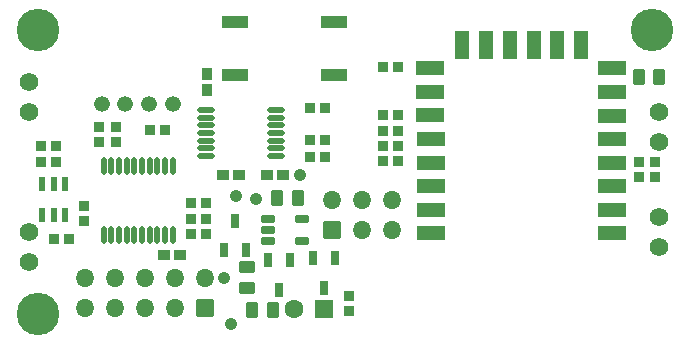
<source format=gbr>
%TF.GenerationSoftware,Altium Limited,Altium Designer,20.1.8 (145)*%
G04 Layer_Color=39423*
%FSLAX45Y45*%
%MOMM*%
%TF.SameCoordinates,4FE69ECD-ABF1-445D-A2E8-605A74DE355E*%
%TF.FilePolarity,Negative*%
%TF.FileFunction,Soldermask,Top*%
%TF.Part,Single*%
G01*
G75*
%TA.AperFunction,ViaPad*%
%ADD34C,3.60000*%
%TA.AperFunction,ComponentPad*%
%ADD40C,1.32600*%
%ADD41C,1.57600*%
G04:AMPARAMS|DCode=42|XSize=1.576mm|YSize=1.526mm|CornerRadius=0.21925mm|HoleSize=0mm|Usage=FLASHONLY|Rotation=180.000|XOffset=0mm|YOffset=0mm|HoleType=Round|Shape=RoundedRectangle|*
%AMROUNDEDRECTD42*
21,1,1.57600,1.08750,0,0,180.0*
21,1,1.13750,1.52600,0,0,180.0*
1,1,0.43850,-0.56875,0.54375*
1,1,0.43850,0.56875,0.54375*
1,1,0.43850,0.56875,-0.54375*
1,1,0.43850,-0.56875,-0.54375*
%
%ADD42ROUNDEDRECTD42*%
%ADD43O,1.57600X1.52600*%
%ADD44C,1.60000*%
G04:AMPARAMS|DCode=45|XSize=1.6mm|YSize=1.6mm|CornerRadius=0.2285mm|HoleSize=0mm|Usage=FLASHONLY|Rotation=180.000|XOffset=0mm|YOffset=0mm|HoleType=Round|Shape=RoundedRectangle|*
%AMROUNDEDRECTD45*
21,1,1.60000,1.14300,0,0,180.0*
21,1,1.14300,1.60000,0,0,180.0*
1,1,0.45700,-0.57150,0.57150*
1,1,0.45700,0.57150,0.57150*
1,1,0.45700,0.57150,-0.57150*
1,1,0.45700,-0.57150,-0.57150*
%
%ADD45ROUNDEDRECTD45*%
%TA.AperFunction,SMDPad,CuDef*%
%ADD52O,0.52600X1.47600*%
%ADD53O,1.47600X0.52600*%
G04:AMPARAMS|DCode=54|XSize=2.176mm|YSize=1.076mm|CornerRadius=0.088mm|HoleSize=0mm|Usage=FLASHONLY|Rotation=180.000|XOffset=0mm|YOffset=0mm|HoleType=Round|Shape=RoundedRectangle|*
%AMROUNDEDRECTD54*
21,1,2.17600,0.90000,0,0,180.0*
21,1,2.00000,1.07600,0,0,180.0*
1,1,0.17600,-1.00000,0.45000*
1,1,0.17600,1.00000,0.45000*
1,1,0.17600,1.00000,-0.45000*
1,1,0.17600,-1.00000,-0.45000*
%
%ADD54ROUNDEDRECTD54*%
G04:AMPARAMS|DCode=55|XSize=0.676mm|YSize=1.126mm|CornerRadius=0.068mm|HoleSize=0mm|Usage=FLASHONLY|Rotation=90.000|XOffset=0mm|YOffset=0mm|HoleType=Round|Shape=RoundedRectangle|*
%AMROUNDEDRECTD55*
21,1,0.67600,0.99000,0,0,90.0*
21,1,0.54000,1.12600,0,0,90.0*
1,1,0.13600,0.49500,0.27000*
1,1,0.13600,0.49500,-0.27000*
1,1,0.13600,-0.49500,-0.27000*
1,1,0.13600,-0.49500,0.27000*
%
%ADD55ROUNDEDRECTD55*%
G04:AMPARAMS|DCode=56|XSize=0.576mm|YSize=1.126mm|CornerRadius=0.063mm|HoleSize=0mm|Usage=FLASHONLY|Rotation=180.000|XOffset=0mm|YOffset=0mm|HoleType=Round|Shape=RoundedRectangle|*
%AMROUNDEDRECTD56*
21,1,0.57600,1.00000,0,0,180.0*
21,1,0.45000,1.12600,0,0,180.0*
1,1,0.12600,-0.22500,0.50000*
1,1,0.12600,0.22500,0.50000*
1,1,0.12600,0.22500,-0.50000*
1,1,0.12600,-0.22500,-0.50000*
%
%ADD56ROUNDEDRECTD56*%
G04:AMPARAMS|DCode=57|XSize=0.676mm|YSize=1.176mm|CornerRadius=0.068mm|HoleSize=0mm|Usage=FLASHONLY|Rotation=0.000|XOffset=0mm|YOffset=0mm|HoleType=Round|Shape=RoundedRectangle|*
%AMROUNDEDRECTD57*
21,1,0.67600,1.04000,0,0,0.0*
21,1,0.54000,1.17600,0,0,0.0*
1,1,0.13600,0.27000,-0.52000*
1,1,0.13600,-0.27000,-0.52000*
1,1,0.13600,-0.27000,0.52000*
1,1,0.13600,0.27000,0.52000*
%
%ADD57ROUNDEDRECTD57*%
G04:AMPARAMS|DCode=58|XSize=0.926mm|YSize=0.926mm|CornerRadius=0.0805mm|HoleSize=0mm|Usage=FLASHONLY|Rotation=90.000|XOffset=0mm|YOffset=0mm|HoleType=Round|Shape=RoundedRectangle|*
%AMROUNDEDRECTD58*
21,1,0.92600,0.76500,0,0,90.0*
21,1,0.76500,0.92600,0,0,90.0*
1,1,0.16100,0.38250,0.38250*
1,1,0.16100,0.38250,-0.38250*
1,1,0.16100,-0.38250,-0.38250*
1,1,0.16100,-0.38250,0.38250*
%
%ADD58ROUNDEDRECTD58*%
%TA.AperFunction,ConnectorPad*%
G04:AMPARAMS|DCode=59|XSize=1.176mm|YSize=2.376mm|CornerRadius=0.0435mm|HoleSize=0mm|Usage=FLASHONLY|Rotation=270.000|XOffset=0mm|YOffset=0mm|HoleType=Round|Shape=RoundedRectangle|*
%AMROUNDEDRECTD59*
21,1,1.17600,2.28900,0,0,270.0*
21,1,1.08900,2.37600,0,0,270.0*
1,1,0.08700,-1.14450,-0.54450*
1,1,0.08700,-1.14450,0.54450*
1,1,0.08700,1.14450,0.54450*
1,1,0.08700,1.14450,-0.54450*
%
%ADD59ROUNDEDRECTD59*%
G04:AMPARAMS|DCode=60|XSize=1.176mm|YSize=2.376mm|CornerRadius=0.0435mm|HoleSize=0mm|Usage=FLASHONLY|Rotation=0.000|XOffset=0mm|YOffset=0mm|HoleType=Round|Shape=RoundedRectangle|*
%AMROUNDEDRECTD60*
21,1,1.17600,2.28900,0,0,0.0*
21,1,1.08900,2.37600,0,0,0.0*
1,1,0.08700,0.54450,-1.14450*
1,1,0.08700,-0.54450,-1.14450*
1,1,0.08700,-0.54450,1.14450*
1,1,0.08700,0.54450,1.14450*
%
%ADD60ROUNDEDRECTD60*%
%TA.AperFunction,SMDPad,CuDef*%
G04:AMPARAMS|DCode=61|XSize=0.926mm|YSize=0.976mm|CornerRadius=0.0805mm|HoleSize=0mm|Usage=FLASHONLY|Rotation=270.000|XOffset=0mm|YOffset=0mm|HoleType=Round|Shape=RoundedRectangle|*
%AMROUNDEDRECTD61*
21,1,0.92600,0.81500,0,0,270.0*
21,1,0.76500,0.97600,0,0,270.0*
1,1,0.16100,-0.40750,-0.38250*
1,1,0.16100,-0.40750,0.38250*
1,1,0.16100,0.40750,0.38250*
1,1,0.16100,0.40750,-0.38250*
%
%ADD61ROUNDEDRECTD61*%
G04:AMPARAMS|DCode=62|XSize=0.926mm|YSize=0.926mm|CornerRadius=0.0805mm|HoleSize=0mm|Usage=FLASHONLY|Rotation=180.000|XOffset=0mm|YOffset=0mm|HoleType=Round|Shape=RoundedRectangle|*
%AMROUNDEDRECTD62*
21,1,0.92600,0.76500,0,0,180.0*
21,1,0.76500,0.92600,0,0,180.0*
1,1,0.16100,-0.38250,0.38250*
1,1,0.16100,0.38250,0.38250*
1,1,0.16100,0.38250,-0.38250*
1,1,0.16100,-0.38250,-0.38250*
%
%ADD62ROUNDEDRECTD62*%
G04:AMPARAMS|DCode=63|XSize=1.351mm|YSize=0.976mm|CornerRadius=0.083mm|HoleSize=0mm|Usage=FLASHONLY|Rotation=90.000|XOffset=0mm|YOffset=0mm|HoleType=Round|Shape=RoundedRectangle|*
%AMROUNDEDRECTD63*
21,1,1.35100,0.81000,0,0,90.0*
21,1,1.18500,0.97600,0,0,90.0*
1,1,0.16600,0.40500,0.59250*
1,1,0.16600,0.40500,-0.59250*
1,1,0.16600,-0.40500,-0.59250*
1,1,0.16600,-0.40500,0.59250*
%
%ADD63ROUNDEDRECTD63*%
%ADD64C,1.07600*%
G04:AMPARAMS|DCode=65|XSize=1.351mm|YSize=0.976mm|CornerRadius=0.083mm|HoleSize=0mm|Usage=FLASHONLY|Rotation=180.000|XOffset=0mm|YOffset=0mm|HoleType=Round|Shape=RoundedRectangle|*
%AMROUNDEDRECTD65*
21,1,1.35100,0.81000,0,0,180.0*
21,1,1.18500,0.97600,0,0,180.0*
1,1,0.16600,-0.59250,0.40500*
1,1,0.16600,0.59250,0.40500*
1,1,0.16600,0.59250,-0.40500*
1,1,0.16600,-0.59250,-0.40500*
%
%ADD65ROUNDEDRECTD65*%
G04:AMPARAMS|DCode=66|XSize=0.926mm|YSize=0.976mm|CornerRadius=0.0805mm|HoleSize=0mm|Usage=FLASHONLY|Rotation=0.000|XOffset=0mm|YOffset=0mm|HoleType=Round|Shape=RoundedRectangle|*
%AMROUNDEDRECTD66*
21,1,0.92600,0.81500,0,0,0.0*
21,1,0.76500,0.97600,0,0,0.0*
1,1,0.16100,0.38250,-0.40750*
1,1,0.16100,-0.38250,-0.40750*
1,1,0.16100,-0.38250,0.40750*
1,1,0.16100,0.38250,0.40750*
%
%ADD66ROUNDEDRECTD66*%
D34*
X200000Y200000D02*
D03*
Y2600000D02*
D03*
X5400000D02*
D03*
D40*
X742340Y1973580D02*
D03*
X942340D02*
D03*
X1142340D02*
D03*
X1342340D02*
D03*
D41*
X5461000Y1016000D02*
D03*
Y762000D02*
D03*
X127000Y2159000D02*
D03*
Y1905000D02*
D03*
Y635000D02*
D03*
Y889000D02*
D03*
X5461000Y1905000D02*
D03*
Y1651000D02*
D03*
D42*
X1616204Y247460D02*
D03*
X2693799Y908317D02*
D03*
D43*
X1362204Y247460D02*
D03*
X1108204D02*
D03*
X854204D02*
D03*
X600204D02*
D03*
Y501460D02*
D03*
X854204D02*
D03*
X1108204D02*
D03*
X1362204D02*
D03*
X1616204D02*
D03*
X2947799Y908318D02*
D03*
X3201799Y908317D02*
D03*
Y1162317D02*
D03*
X2947799Y1162317D02*
D03*
X2693799Y1162317D02*
D03*
D44*
X2367280Y242570D02*
D03*
D45*
X2621280D02*
D03*
D52*
X1343980Y1453300D02*
D03*
X1278980D02*
D03*
X1213980D02*
D03*
X1148980D02*
D03*
X1083980D02*
D03*
X1018980D02*
D03*
X953980D02*
D03*
X888980D02*
D03*
X823980D02*
D03*
X758980D02*
D03*
X1343980Y868300D02*
D03*
X1278980D02*
D03*
X1213980D02*
D03*
X1148980D02*
D03*
X1083980D02*
D03*
X1018980D02*
D03*
X953980D02*
D03*
X888980D02*
D03*
X823980D02*
D03*
X758980D02*
D03*
D53*
X1624400Y1924040D02*
D03*
Y1859040D02*
D03*
Y1794040D02*
D03*
Y1729040D02*
D03*
Y1664040D02*
D03*
Y1599040D02*
D03*
Y1534040D02*
D03*
X2214400Y1924040D02*
D03*
Y1859040D02*
D03*
Y1794040D02*
D03*
Y1729040D02*
D03*
Y1664040D02*
D03*
Y1599040D02*
D03*
Y1534040D02*
D03*
D54*
X1872639Y2667784D02*
D03*
X2712638D02*
D03*
X1872639Y2217784D02*
D03*
X2712638D02*
D03*
D55*
X2146080Y1004320D02*
D03*
Y909320D02*
D03*
Y814320D02*
D03*
X2436080D02*
D03*
Y1004320D02*
D03*
D56*
X239981Y1297943D02*
D03*
X334982D02*
D03*
X429981D02*
D03*
Y1032943D02*
D03*
X334982D02*
D03*
X239981D02*
D03*
D57*
X2531360Y668980D02*
D03*
X2721360D02*
D03*
X2626360Y418980D02*
D03*
X2242150Y399861D02*
D03*
X2337150Y649861D02*
D03*
X2147150D02*
D03*
X1871980Y986060D02*
D03*
X1776980Y736060D02*
D03*
X1966980D02*
D03*
D58*
X3252128Y2283707D02*
D03*
X3122128D02*
D03*
X1626060Y871220D02*
D03*
X1496060D02*
D03*
X1496060Y1003300D02*
D03*
X1626060D02*
D03*
X3124534Y1619398D02*
D03*
X3254533Y1619398D02*
D03*
Y1489557D02*
D03*
X3124534Y1489558D02*
D03*
X2631440Y1666383D02*
D03*
X2501440D02*
D03*
X2631440Y1528025D02*
D03*
X2501440D02*
D03*
X1280160Y1752600D02*
D03*
X1150160D02*
D03*
X2631440Y1943100D02*
D03*
X2501440D02*
D03*
X1496060Y1135380D02*
D03*
X1626060D02*
D03*
X3124534Y1878398D02*
D03*
X3254534D02*
D03*
Y1748558D02*
D03*
X3124534D02*
D03*
X464982Y833120D02*
D03*
X334982D02*
D03*
D59*
X5066577Y878629D02*
D03*
Y2074969D02*
D03*
X3524477Y2278169D02*
D03*
X5066577Y1076749D02*
D03*
Y1277409D02*
D03*
Y1475529D02*
D03*
Y1678729D02*
D03*
Y1876849D02*
D03*
Y2275629D02*
D03*
X3524477Y2077509D02*
D03*
Y1879389D02*
D03*
X3527017Y1678729D02*
D03*
Y1478069D02*
D03*
Y1279949D02*
D03*
Y1076749D02*
D03*
Y878629D02*
D03*
D60*
X4797177Y2473909D02*
D03*
X4599057Y2473909D02*
D03*
X4400937Y2473909D02*
D03*
X4197737D02*
D03*
X3999617Y2473909D02*
D03*
X3796417Y2473909D02*
D03*
D61*
X1273171Y699689D02*
D03*
X1408171D02*
D03*
X2273211Y1369780D02*
D03*
X2138211D02*
D03*
X1767640D02*
D03*
X1902640D02*
D03*
D62*
X226683Y1616583D02*
D03*
Y1486583D02*
D03*
X356327Y1486583D02*
D03*
Y1616583D02*
D03*
X719138Y1652505D02*
D03*
Y1782505D02*
D03*
X2831820Y351068D02*
D03*
Y221068D02*
D03*
X5295092Y1483609D02*
D03*
Y1353609D02*
D03*
X859540Y1652505D02*
D03*
Y1782505D02*
D03*
X5425092Y1483609D02*
D03*
Y1353609D02*
D03*
X592061Y1109980D02*
D03*
Y979980D02*
D03*
D63*
X2402466Y1179636D02*
D03*
X2227226D02*
D03*
X5287472Y2204509D02*
D03*
X5462712D02*
D03*
X2193005Y226060D02*
D03*
X2017765D02*
D03*
D64*
X2420990Y1369780D02*
D03*
X1877310Y1191218D02*
D03*
X2052320Y1165818D02*
D03*
X1837987Y109220D02*
D03*
X1779744Y501460D02*
D03*
D65*
X1968491Y591980D02*
D03*
Y416740D02*
D03*
D66*
X1630490Y2224150D02*
D03*
Y2089150D02*
D03*
%TF.MD5,0d34e1c9c861c315534a8589bc171f41*%
M02*

</source>
